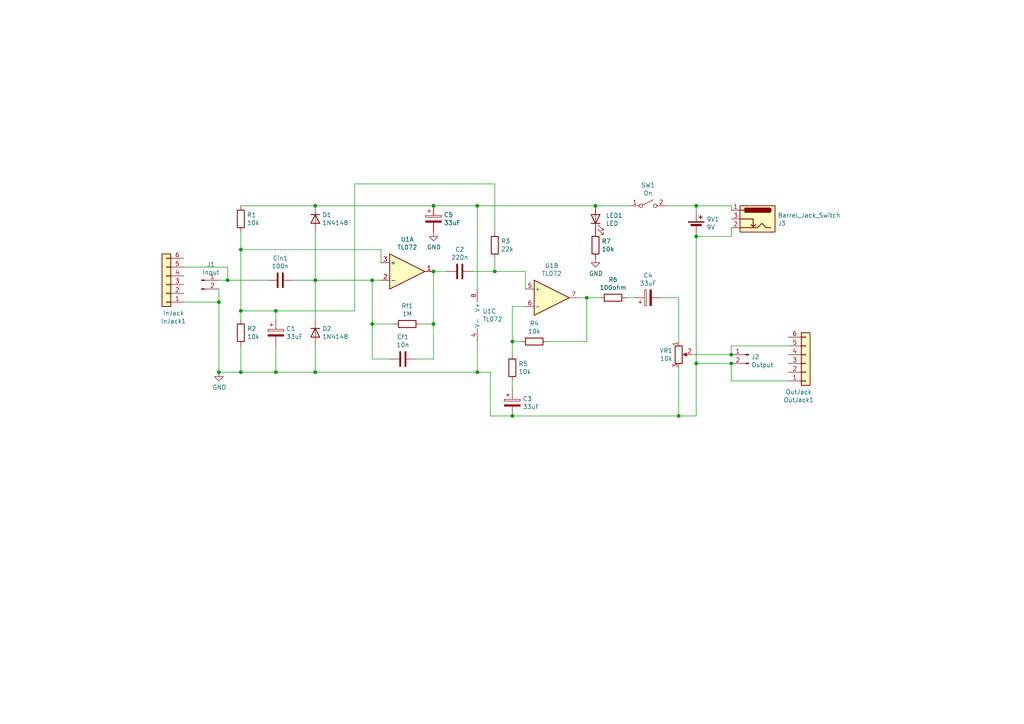
<source format=kicad_sch>
(kicad_sch (version 20231120) (generator "eeschema") (generator_version "8.0")
  (paper "A4")
  (lib_symbols
    (symbol "Amplifier_Operational:TL072" (pin_names (offset 0.127))
      (property "Reference" "U" (at 0 5.08 0))
      (property "Value" "TL072" (at 0 -5.08 0))
      (symbol "TL072_1_1"
        (polyline (pts (xy -5.08 5.08) (xy 5.08 0) (xy -5.08 -5.08) (xy -5.08 5.08)) (stroke (width 0.254)) (fill (type background)))
        (pin output line (at 7.62 0 180) (length 2.54) (name "~") (number "1"))
        (pin input line (at -7.62 -2.54 0) (length 2.54) (name "-") (number "2"))
        (pin input line (at -7.62 2.54 0) (length 2.54) (name "+") (number "3"))
      )
      (symbol "TL072_2_1"
        (polyline (pts (xy -5.08 5.08) (xy 5.08 0) (xy -5.08 -5.08) (xy -5.08 5.08)) (stroke (width 0.254)) (fill (type background)))
        (pin input line (at -7.62 2.54 0) (length 2.54) (name "+") (number "5"))
        (pin input line (at -7.62 -2.54 0) (length 2.54) (name "-") (number "6"))
        (pin output line (at 7.62 0 180) (length 2.54) (name "~") (number "7"))
      )
      (symbol "TL072_3_1"
        (pin power_in line (at -2.54 -7.62 90) (length 3.81) (name "V-") (number "4"))
        (pin power_in line (at -2.54 7.62 270) (length 3.81) (name "V+") (number "8"))
      )
    )
    (symbol "Connector:Barrel_Jack_Switch" (pin_names hide)
      (property "Reference" "J" (at 0 5.334 0))
      (property "Value" "Barrel_Jack_Switch" (at 0 -5.08 0))
      (symbol "Barrel_Jack_Switch_0_1"
        (rectangle (start -5.08 3.81) (end 5.08 -3.81) (stroke (width 0.254)) (fill (type background)))
        (arc (start -3.302 3.175) (mid -3.9343 2.54) (end -3.302 1.905) (stroke (width 0.254)))
        (arc (start -3.302 3.175) (mid -3.9343 2.54) (end -3.302 1.905) (stroke (width 0.254)) (fill (type outline)))
        (polyline (pts (xy 1.27 -2.286) (xy 1.905 -1.651)) (stroke (width 0.254)))
        (polyline (pts (xy 5.08 2.54) (xy 3.81 2.54)) (stroke (width 0.254)))
        (polyline (pts (xy 5.08 0) (xy 1.27 0) (xy 1.27 -2.286) (xy 0.635 -1.651)) (stroke (width 0.254)))
        (polyline (pts (xy -3.81 -2.54) (xy -2.54 -2.54) (xy -1.27 -1.27) (xy 0 -2.54) (xy 2.54 -2.54) (xy 5.08 -2.54)) (stroke (width 0.254)))
        (rectangle (start 3.683 3.175) (end -3.302 1.905) (stroke (width 0.254)) (fill (type outline)))
      )
      (symbol "Barrel_Jack_Switch_1_1"
        (pin passive line (at 7.62 2.54 180) (length 2.54) (name "~") (number "1"))
        (pin passive line (at 7.62 -2.54 180) (length 2.54) (name "~") (number "2"))
        (pin passive line (at 7.62 0 180) (length 2.54) (name "~") (number "3"))
      )
    )
    (symbol "Connector_Generic:Conn_01x06" (pin_names (offset 1.016) hide)
      (property "Reference" "J" (at 0 7.62 0))
      (property "Value" "Conn_01x06" (at 0 -10.16 0))
      (symbol "Conn_01x06_1_1"
        (rectangle (start -1.27 -7.493) (end 0 -7.747) (stroke (width 0.1524)))
        (rectangle (start -1.27 -4.953) (end 0 -5.207) (stroke (width 0.1524)))
        (rectangle (start -1.27 -2.413) (end 0 -2.667) (stroke (width 0.1524)))
        (rectangle (start -1.27 0.127) (end 0 -0.127) (stroke (width 0.1524)))
        (rectangle (start -1.27 2.667) (end 0 2.413) (stroke (width 0.1524)))
        (rectangle (start -1.27 5.207) (end 0 4.953) (stroke (width 0.1524)))
        (rectangle (start -1.27 6.35) (end 1.27 -8.89) (stroke (width 0.254)) (fill (type background)))
        (pin passive line (at -5.08 5.08 0) (length 3.81) (name "Pin_1") (number "1"))
        (pin passive line (at -5.08 2.54 0) (length 3.81) (name "Pin_2") (number "2"))
        (pin passive line (at -5.08 0 0) (length 3.81) (name "Pin_3") (number "3"))
        (pin passive line (at -5.08 -2.54 0) (length 3.81) (name "Pin_4") (number "4"))
        (pin passive line (at -5.08 -5.08 0) (length 3.81) (name "Pin_5") (number "5"))
        (pin passive line (at -5.08 -7.62 0) (length 3.81) (name "Pin_6") (number "6"))
      )
    )
    (symbol "Device:Battery_Cell" (pin_numbers hide) (pin_names (offset 0) hide)
      (property "Reference" "BT" (at 2.54 2.54 0))
      (property "Value" "Battery_Cell" (at 2.54 0 0))
      (symbol "Battery_Cell_0_1"
        (rectangle (start -2.286 1.778) (end 2.286 1.524) (fill (type outline)))
        (rectangle (start -1.524 1.016) (end 1.524 0.508) (fill (type outline)))
        (polyline (pts (xy 0 0.762) (xy 0 0)))
        (polyline (pts (xy 0 1.778) (xy 0 2.54)))
        (polyline (pts (xy 0.762 3.048) (xy 1.778 3.048)) (stroke (width 0.254)))
        (polyline (pts (xy 1.27 3.556) (xy 1.27 2.54)) (stroke (width 0.254)))
      )
      (symbol "Battery_Cell_1_1"
        (pin passive line (at 0 5.08 270) (length 2.54) (name "+") (number "1"))
        (pin passive line (at 0 -2.54 90) (length 2.54) (name "-") (number "2"))
      )
    )
    (symbol "Device:C" (pin_numbers hide) (pin_names (offset 0.254))
      (property "Reference" "C" (at 0.635 2.54 0))
      (property "Value" "C" (at 0.635 -2.54 0))
      (symbol "C_0_1"
        (polyline (pts (xy -2.032 -0.762) (xy 2.032 -0.762)) (stroke (width 0.508)))
        (polyline (pts (xy -2.032 0.762) (xy 2.032 0.762)) (stroke (width 0.508)))
      )
      (symbol "C_1_1"
        (pin passive line (at 0 3.81 270) (length 2.794) (name "~") (number "1"))
        (pin passive line (at 0 -3.81 90) (length 2.794) (name "~") (number "2"))
      )
    )
    (symbol "Device:D" (pin_numbers hide) (pin_names (offset 1.016) hide)
      (property "Reference" "D" (at 0 2.54 0))
      (property "Value" "D" (at 0 -2.54 0))
      (symbol "D_0_1"
        (polyline (pts (xy -1.27 1.27) (xy -1.27 -1.27)) (stroke (width 0.254)))
        (polyline (pts (xy 1.27 0) (xy -1.27 0)))
        (polyline (pts (xy 1.27 1.27) (xy 1.27 -1.27) (xy -1.27 0) (xy 1.27 1.27)) (stroke (width 0.254)))
      )
      (symbol "D_1_1"
        (pin passive line (at -3.81 0 0) (length 2.54) (name "K") (number "1"))
        (pin passive line (at 3.81 0 180) (length 2.54) (name "A") (number "2"))
      )
    )
    (symbol "Device:LED" (pin_numbers hide) (pin_names (offset 1.016) hide)
      (property "Reference" "D" (at 0 2.54 0))
      (property "Value" "LED" (at 0 -2.54 0))
      (symbol "LED_0_1"
        (polyline (pts (xy -1.27 -1.27) (xy -1.27 1.27)) (stroke (width 0.254)))
        (polyline (pts (xy -1.27 0) (xy 1.27 0)))
        (polyline (pts (xy 1.27 -1.27) (xy 1.27 1.27) (xy -1.27 0) (xy 1.27 -1.27)) (stroke (width 0.254)))
        (polyline (pts (xy -3.048 -0.762) (xy -4.572 -2.286) (xy -3.81 -2.286) (xy -4.572 -2.286) (xy -4.572 -1.524)))
        (polyline (pts (xy -1.778 -0.762) (xy -3.302 -2.286) (xy -2.54 -2.286) (xy -3.302 -2.286) (xy -3.302 -1.524)))
      )
      (symbol "LED_1_1"
        (pin passive line (at -3.81 0 0) (length 2.54) (name "K") (number "1"))
        (pin passive line (at 3.81 0 180) (length 2.54) (name "A") (number "2"))
      )
    )
    (symbol "Device:R" (pin_numbers hide) (pin_names (offset 0))
      (property "Reference" "R" (at 2.032 0 90))
      (property "Value" "R" (at 0 0 90))
      (symbol "R_0_1"
        (rectangle (start -1.016 -2.54) (end 1.016 2.54) (stroke (width 0.254)))
      )
      (symbol "R_1_1"
        (pin passive line (at 0 3.81 270) (length 1.27) (name "~") (number "1"))
        (pin passive line (at 0 -3.81 90) (length 1.27) (name "~") (number "2"))
      )
    )
    (symbol "Switch:SW_SPST" (pin_names (offset 0) hide)
      (property "Reference" "SW" (at 0 3.175 0))
      (property "Value" "SW_SPST" (at 0 -2.54 0))
      (symbol "SW_SPST_0_0"
        (circle (center -2.032 0) (radius 0.508))
        (polyline (pts (xy -1.524 0.254) (xy 1.524 1.778)))
        (circle (center 2.032 0) (radius 0.508))
      )
      (symbol "SW_SPST_1_1"
        (pin passive line (at -5.08 0 0) (length 2.54) (name "A") (number "1"))
        (pin passive line (at 5.08 0 180) (length 2.54) (name "B") (number "2"))
      )
    )
    (symbol "violapreamprev2-rescue:CP-Device" (pin_numbers hide) (pin_names (offset 0.254))
      (property "Reference" "C" (at 0.635 2.54 0))
      (property "Value" "Device:CP" (at 0.635 -2.54 0))
      (symbol "CP-Device_0_1"
        (rectangle (start -2.286 0.508) (end -2.286 1.016))
        (rectangle (start -2.286 0.508) (end 2.286 0.508))
        (polyline (pts (xy -1.778 2.286) (xy -0.762 2.286)))
        (polyline (pts (xy -1.27 2.794) (xy -1.27 1.778)))
        (rectangle (start 2.286 -0.508) (end -2.286 -1.016) (fill (type outline)))
        (rectangle (start 2.286 1.016) (end -2.286 1.016))
        (rectangle (start 2.286 1.016) (end 2.286 0.508))
      )
      (symbol "CP-Device_1_1"
        (pin passive line (at 0 3.81 270) (length 2.794) (name "~") (number "1"))
        (pin passive line (at 0 -3.81 90) (length 2.794) (name "~") (number "2"))
      )
    )
    (symbol "violapreamprev2-rescue:Conn_01x02_Male-Connector" (pin_names (offset 1.016) hide)
      (property "Reference" "J" (at 0 2.54 0))
      (property "Value" "Connector:Conn_01x02_Male" (at 0 -5.08 0))
      (symbol "Conn_01x02_Male-Connector_1_1"
        (polyline (pts (xy 1.27 -2.54) (xy 0.8636 -2.54)) (stroke (width 0.1524)))
        (polyline (pts (xy 1.27 0) (xy 0.8636 0)) (stroke (width 0.1524)))
        (rectangle (start 0.8636 -2.413) (end 0 -2.667) (stroke (width 0.1524)) (fill (type outline)))
        (rectangle (start 0.8636 0.127) (end 0 -0.127) (stroke (width 0.1524)) (fill (type outline)))
        (pin passive line (at 5.08 0 180) (length 3.81) (name "Pin_1") (number "1"))
        (pin passive line (at 5.08 -2.54 180) (length 3.81) (name "Pin_2") (number "2"))
      )
    )
    (symbol "violapreamprev2-rescue:GND-power" (power) (pin_names (offset 0))
      (property "Value" "power:GND" (at 0 -3.81 0))
      (symbol "GND-power_0_1"
        (polyline (pts (xy 0 0) (xy 0 -1.27) (xy 1.27 -1.27) (xy 0 -2.54) (xy -1.27 -1.27) (xy 0 -1.27)))
      )
      (symbol "GND-power_1_1"
        (pin power_in line (at 0 0 270) (length 0) hide (name "GND") (number "1"))
      )
    )
    (symbol "violapreamprev2-rescue:R_POT-Device" (pin_names (offset 1.016) hide)
      (property "Reference" "RV" (at -4.445 0 90))
      (property "Value" "Device:R_POT" (at -2.54 0 90))
      (symbol "R_POT-Device_0_1"
        (polyline (pts (xy 2.54 0) (xy 1.524 0)))
        (polyline (pts (xy 1.143 0) (xy 2.286 0.508) (xy 2.286 -0.508)) (fill (type outline)))
        (rectangle (start 1.016 2.54) (end -1.016 -2.54) (stroke (width 0.254)))
      )
      (symbol "R_POT-Device_1_1"
        (pin passive line (at 0 3.81 270) (length 1.27) (name "1") (number "1"))
        (pin passive line (at 3.81 0 180) (length 1.27) (name "2") (number "2"))
        (pin passive line (at 0 -3.81 90) (length 1.27) (name "3") (number "3"))
      )
    )
  )
  (junction (at 80.01 107.95))
  (junction (at 69.85 90.17))
  (junction (at 170.18 86.36))
  (junction (at 80.01 90.17))
  (junction (at 125.73 78.74))
  (junction (at 172.72 59.69))
  (junction (at 125.73 59.69))
  (junction (at 138.43 59.69))
  (junction (at 201.93 59.69))
  (junction (at 212.09 102.87))
  (junction (at 143.51 78.74))
  (junction (at 196.85 120.65))
  (junction (at 91.44 107.95))
  (junction (at 63.5 87.63))
  (junction (at 138.43 107.95))
  (junction (at 125.73 93.98))
  (junction (at 91.44 59.69))
  (junction (at 148.59 120.65))
  (junction (at 201.93 105.41))
  (junction (at 201.93 68.58))
  (junction (at 107.95 93.98))
  (junction (at 107.95 81.28))
  (junction (at 148.59 99.06))
  (junction (at 91.44 81.28))
  (junction (at 69.85 107.95))
  (junction (at 66.04 81.28))
  (junction (at 212.09 105.41))
  (junction (at 69.85 72.39))
  (junction (at 63.5 107.95))
  (wire (pts (xy 138.43 99.06) (xy 138.43 107.95)))
  (wire (pts (xy 69.85 72.39) (xy 110.49 72.39)))
  (wire (pts (xy 91.44 67.31) (xy 91.44 81.28)))
  (wire (pts (xy 102.87 90.17) (xy 102.87 53.34)))
  (wire (pts (xy 138.43 83.82) (xy 138.43 59.69)))
  (wire (pts (xy 107.95 93.98) (xy 114.3 93.98)))
  (wire (pts (xy 69.85 90.17) (xy 69.85 92.71)))
  (wire (pts (xy 80.01 100.33) (xy 80.01 107.95)))
  (wire (pts (xy 143.51 78.74) (xy 143.51 74.93)))
  (wire (pts (xy 143.51 78.74) (xy 152.4 78.74)))
  (wire (pts (xy 137.16 78.74) (xy 143.51 78.74)))
  (wire (pts (xy 63.5 107.95) (xy 69.85 107.95)))
  (wire (pts (xy 196.85 106.68) (xy 196.85 120.65)))
  (wire (pts (xy 201.93 120.65) (xy 196.85 120.65)))
  (wire (pts (xy 102.87 53.34) (xy 143.51 53.34)))
  (wire (pts (xy 66.04 81.28) (xy 77.47 81.28)))
  (wire (pts (xy 142.24 120.65) (xy 148.59 120.65)))
  (wire (pts (xy 63.5 83.82) (xy 63.5 87.63)))
  (wire (pts (xy 107.95 81.28) (xy 107.95 93.98)))
  (wire (pts (xy 85.09 81.28) (xy 91.44 81.28)))
  (wire (pts (xy 69.85 90.17) (xy 80.01 90.17)))
  (wire (pts (xy 196.85 120.65) (xy 148.59 120.65)))
  (wire (pts (xy 148.59 88.9) (xy 152.4 88.9)))
  (wire (pts (xy 110.49 72.39) (xy 110.49 76.2)))
  (wire (pts (xy 107.95 81.28) (xy 110.49 81.28)))
  (wire (pts (xy 69.85 67.31) (xy 69.85 72.39)))
  (wire (pts (xy 80.01 90.17) (xy 102.87 90.17)))
  (wire (pts (xy 201.93 59.69) (xy 201.93 60.96)))
  (wire (pts (xy 148.59 110.49) (xy 148.59 113.03)))
  (wire (pts (xy 191.77 86.36) (xy 196.85 86.36)))
  (wire (pts (xy 151.13 99.06) (xy 148.59 99.06)))
  (wire (pts (xy 212.09 110.49) (xy 228.6 110.49)))
  (wire (pts (xy 63.5 81.28) (xy 66.04 81.28)))
  (wire (pts (xy 120.65 104.14) (xy 125.73 104.14)))
  (wire (pts (xy 69.85 72.39) (xy 69.85 90.17)))
  (wire (pts (xy 170.18 86.36) (xy 173.99 86.36)))
  (wire (pts (xy 69.85 107.95) (xy 80.01 107.95)))
  (wire (pts (xy 91.44 107.95) (xy 91.44 100.33)))
  (wire (pts (xy 201.93 68.58) (xy 212.09 68.58)))
  (wire (pts (xy 201.93 105.41) (xy 212.09 105.41)))
  (wire (pts (xy 212.09 102.87) (xy 212.09 100.33)))
  (wire (pts (xy 63.5 87.63) (xy 53.34 87.63)))
  (wire (pts (xy 172.72 59.69) (xy 182.88 59.69)))
  (wire (pts (xy 91.44 107.95) (xy 138.43 107.95)))
  (wire (pts (xy 152.4 78.74) (xy 152.4 83.82)))
  (wire (pts (xy 201.93 68.58) (xy 201.93 105.41)))
  (wire (pts (xy 107.95 104.14) (xy 113.03 104.14)))
  (wire (pts (xy 80.01 90.17) (xy 80.01 92.71)))
  (wire (pts (xy 53.34 77.47) (xy 66.04 77.47)))
  (wire (pts (xy 196.85 86.36) (xy 196.85 99.06)))
  (wire (pts (xy 201.93 105.41) (xy 201.93 120.65)))
  (wire (pts (xy 193.04 59.69) (xy 201.93 59.69)))
  (wire (pts (xy 212.09 59.69) (xy 212.09 60.96)))
  (wire (pts (xy 91.44 81.28) (xy 91.44 92.71)))
  (wire (pts (xy 212.09 68.58) (xy 212.09 66.04)))
  (wire (pts (xy 125.73 93.98) (xy 121.92 93.98)))
  (wire (pts (xy 200.66 102.87) (xy 212.09 102.87)))
  (wire (pts (xy 125.73 78.74) (xy 125.73 93.98)))
  (wire (pts (xy 148.59 99.06) (xy 148.59 102.87)))
  (wire (pts (xy 138.43 107.95) (xy 142.24 107.95)))
  (wire (pts (xy 167.64 86.36) (xy 170.18 86.36)))
  (wire (pts (xy 125.73 59.69) (xy 91.44 59.69)))
  (wire (pts (xy 142.24 107.95) (xy 142.24 120.65)))
  (wire (pts (xy 148.59 99.06) (xy 148.59 88.9)))
  (wire (pts (xy 69.85 59.69) (xy 91.44 59.69)))
  (wire (pts (xy 170.18 86.36) (xy 170.18 99.06)))
  (wire (pts (xy 66.04 77.47) (xy 66.04 81.28)))
  (wire (pts (xy 125.73 104.14) (xy 125.73 93.98)))
  (wire (pts (xy 69.85 107.95) (xy 69.85 100.33)))
  (wire (pts (xy 138.43 59.69) (xy 172.72 59.69)))
  (wire (pts (xy 125.73 59.69) (xy 138.43 59.69)))
  (wire (pts (xy 212.09 105.41) (xy 212.09 110.49)))
  (wire (pts (xy 125.73 78.74) (xy 129.54 78.74)))
  (wire (pts (xy 107.95 93.98) (xy 107.95 104.14)))
  (wire (pts (xy 201.93 59.69) (xy 212.09 59.69)))
  (wire (pts (xy 63.5 87.63) (xy 63.5 107.95)))
  (wire (pts (xy 91.44 81.28) (xy 107.95 81.28)))
  (wire (pts (xy 80.01 107.95) (xy 91.44 107.95)))
  (wire (pts (xy 143.51 53.34) (xy 143.51 67.31)))
  (wire (pts (xy 170.18 99.06) (xy 158.75 99.06)))
  (wire (pts (xy 181.61 86.36) (xy 184.15 86.36)))
  (wire (pts (xy 212.09 100.33) (xy 228.6 100.33)))
  (symbol (lib_id "violapreamprev2-rescue:GND-power") (at 63.5 107.95 0) (unit 1)
    (property "Reference" "#PWR0101" (effects (hide yes)))
    (property "Value" "GND" (at 63.627 112.3442 0))
  )
  (symbol (lib_id "Device:R") (at 69.85 63.5 0) (unit 1)
    (property "Reference" "R1" (at 71.628 62.3316 0) (effects (justify left)))
    (property "Value" "10k" (at 71.628 64.643 0) (effects (justify left)))
    (property "Footprint" "Resistor_THT:R_Axial_DIN0207_L6.3mm_D2.5mm_P7.62mm_Horizontal" (effects (hide yes)))
  )
  (symbol (lib_id "Device:R") (at 69.85 96.52 0) (unit 1)
    (property "Reference" "R2" (at 71.628 95.3516 0) (effects (justify left)))
    (property "Value" "10k" (at 71.628 97.663 0) (effects (justify left)))
    (property "Footprint" "Resistor_THT:R_Axial_DIN0207_L6.3mm_D2.5mm_P7.62mm_Horizontal" (effects (hide yes)))
  )
  (symbol (lib_id "Device:C") (at 81.28 81.28 270) (unit 1)
    (property "Reference" "Cin1" (at 81.28 74.8792 90))
    (property "Value" "100n" (at 81.28 77.1906 90))
    (property "Footprint" "Capacitor_THT:C_Disc_D7.5mm_W2.5mm_P5.00mm" (effects (hide yes)))
  )
  (symbol (lib_id "Device:D") (at 91.44 63.5 270) (unit 1)
    (property "Reference" "D1" (at 93.4466 62.3316 90) (effects (justify left)))
    (property "Value" "1N4148" (at 93.4466 64.643 90) (effects (justify left)))
    (property "Footprint" "Diode_THT:D_DO-35_SOD27_P7.62mm_Horizontal" (effects (hide yes)))
  )
  (symbol (lib_id "Device:D") (at 91.44 96.52 270) (unit 1)
    (property "Reference" "D2" (at 93.4466 95.3516 90) (effects (justify left)))
    (property "Value" "1N4148" (at 93.4466 97.663 90) (effects (justify left)))
    (property "Footprint" "Diode_THT:D_DO-35_SOD27_P7.62mm_Horizontal" (effects (hide yes)))
  )
  (symbol (lib_id "Amplifier_Operational:TL072") (at 118.11 78.74 0) (unit 1)
    (property "Reference" "U1" (at 118.11 69.4182 0))
    (property "Value" "TL072" (at 118.11 71.7296 0))
    (property "Footprint" "Package_DIP:DIP-8_W7.62mm_Socket_LongPads" (effects (hide yes)))
    (property "Datasheet" "http://www.ti.com/lit/ds/symlink/tl071.pdf" (effects (hide yes)))
  )
  (symbol (lib_id "Amplifier_Operational:TL072") (at 160.02 86.36 0) (unit 2)
    (property "Reference" "U1" (at 160.02 77.0382 0))
    (property "Value" "TL072" (at 160.02 79.3496 0))
    (property "Footprint" "Package_DIP:DIP-8_W7.62mm_Socket_LongPads" (effects (hide yes)))
    (property "Datasheet" "http://www.ti.com/lit/ds/symlink/tl071.pdf" (effects (hide yes)))
  )
  (symbol (lib_id "Device:R") (at 118.11 93.98 270) (unit 1)
    (property "Reference" "Rf1" (at 118.11 88.7222 90))
    (property "Value" "1M" (at 118.11 91.0336 90))
    (property "Footprint" "Resistor_THT:R_Axial_DIN0207_L6.3mm_D2.5mm_P7.62mm_Horizontal" (effects (hide yes)))
  )
  (symbol (lib_id "Device:C") (at 116.84 104.14 270) (unit 1)
    (property "Reference" "Cf1" (at 116.84 97.7392 90))
    (property "Value" "10n" (at 116.84 100.0506 90))
    (property "Footprint" "Capacitor_THT:C_Disc_D7.5mm_W2.5mm_P5.00mm" (effects (hide yes)))
  )
  (symbol (lib_id "Device:C") (at 133.35 78.74 270) (unit 1)
    (property "Reference" "C2" (at 133.35 72.3392 90))
    (property "Value" "220n" (at 133.35 74.6506 90))
    (property "Footprint" "Capacitor_THT:C_Disc_D7.5mm_W2.5mm_P5.00mm" (effects (hide yes)))
  )
  (symbol (lib_id "violapreamprev2-rescue:CP-Device") (at 125.73 63.5 0) (unit 1)
    (property "Reference" "C5" (at 128.7272 62.3316 0) (effects (justify left)))
    (property "Value" "33uF" (at 128.7272 64.643 0) (effects (justify left)))
    (property "Footprint" "Capacitor_THT:CP_Radial_D6.3mm_P2.50mm" (effects (hide yes)))
  )
  (symbol (lib_id "violapreamprev2-rescue:GND-power") (at 125.73 67.31 0) (unit 1)
    (property "Reference" "#PWR0102" (effects (hide yes)))
    (property "Value" "GND" (at 125.857 71.7042 0))
  )
  (symbol (lib_id "Device:R") (at 172.72 71.12 0) (unit 1)
    (property "Reference" "R7" (at 174.498 69.9516 0) (effects (justify left)))
    (property "Value" "10k" (at 174.498 72.263 0) (effects (justify left)))
    (property "Footprint" "Resistor_THT:R_Axial_DIN0207_L6.3mm_D2.5mm_P7.62mm_Horizontal" (effects (hide yes)))
  )
  (symbol (lib_id "Device:LED") (at 172.72 63.5 90) (unit 1)
    (property "Reference" "LED1" (at 175.7172 62.5094 90) (effects (justify right)))
    (property "Value" "LED" (at 175.7172 64.8208 90) (effects (justify right)))
    (property "Footprint" "LED_THT:LED_D5.0mm" (effects (hide yes)))
  )
  (symbol (lib_id "Switch:SW_SPST") (at 187.96 59.69 0) (unit 1)
    (property "Reference" "SW1" (at 187.96 53.721 0))
    (property "Value" "On" (at 187.96 56.0324 0))
    (property "Footprint" "Connector_PinHeader_2.54mm:PinHeader_1x02_P2.54mm_Vertical" (effects (hide yes)))
  )
  (symbol (lib_id "Device:Battery_Cell") (at 201.93 66.04 0) (unit 1)
    (property "Reference" "9V1" (at 204.9272 63.6016 0) (effects (justify left)))
    (property "Value" "9V" (at 204.9272 65.913 0) (effects (justify left)))
    (property "Footprint" "Connector_PinHeader_2.54mm:PinHeader_1x02_P2.54mm_Vertical" (effects (hide yes)))
  )
  (symbol (lib_id "violapreamprev2-rescue:Conn_01x02_Male-Connector") (at 217.17 102.87 0) (mirror y) (unit 1)
    (property "Reference" "J2" (at 217.8812 103.5304 0) (effects (justify right)))
    (property "Value" "Output" (at 217.8812 105.8418 0) (effects (justify right)))
    (property "Footprint" "Connector_PinHeader_2.54mm:PinHeader_1x02_P2.54mm_Vertical" (effects (hide yes)))
  )
  (symbol (lib_id "Device:R") (at 143.51 71.12 0) (unit 1)
    (property "Reference" "R3" (at 145.288 69.9516 0) (effects (justify left)))
    (property "Value" "22k" (at 145.288 72.263 0) (effects (justify left)))
    (property "Footprint" "Resistor_THT:R_Axial_DIN0207_L6.3mm_D2.5mm_P7.62mm_Horizontal" (effects (hide yes)))
  )
  (symbol (lib_id "Device:R") (at 154.94 99.06 270) (unit 1)
    (property "Reference" "R4" (at 154.94 93.8022 90))
    (property "Value" "10k" (at 154.94 96.1136 90))
    (property "Footprint" "Resistor_THT:R_Axial_DIN0207_L6.3mm_D2.5mm_P7.62mm_Horizontal" (effects (hide yes)))
  )
  (symbol (lib_id "Device:R") (at 148.59 106.68 180) (unit 1)
    (property "Reference" "R5" (at 150.368 105.5116 0) (effects (justify right)))
    (property "Value" "10k" (at 150.368 107.823 0) (effects (justify right)))
    (property "Footprint" "Resistor_THT:R_Axial_DIN0207_L6.3mm_D2.5mm_P7.62mm_Horizontal" (effects (hide yes)))
  )
  (symbol (lib_id "violapreamprev2-rescue:CP-Device") (at 187.96 86.36 90) (unit 1)
    (property "Reference" "C4" (at 187.96 79.883 90))
    (property "Value" "33uF" (at 187.96 82.1944 90))
    (property "Footprint" "Capacitor_THT:CP_Radial_D6.3mm_P2.50mm" (effects (hide yes)))
  )
  (symbol (lib_id "Device:R") (at 177.8 86.36 270) (unit 1)
    (property "Reference" "R6" (at 177.8 81.1022 90))
    (property "Value" "100ohm" (at 177.8 83.4136 90))
    (property "Footprint" "Resistor_THT:R_Axial_DIN0207_L6.3mm_D2.5mm_P7.62mm_Horizontal" (effects (hide yes)))
  )
  (symbol (lib_id "violapreamprev2-rescue:CP-Device") (at 148.59 116.84 0) (unit 1)
    (property "Reference" "C3" (at 151.5872 115.6716 0) (effects (justify left)))
    (property "Value" "33uF" (at 151.5872 117.983 0) (effects (justify left)))
    (property "Footprint" "Capacitor_THT:CP_Radial_D6.3mm_P2.50mm" (effects (hide yes)))
  )
  (symbol (lib_id "violapreamprev2-rescue:GND-power") (at 172.72 74.93 0) (unit 1)
    (property "Reference" "#PWR0103" (effects (hide yes)))
    (property "Value" "GND" (at 172.847 79.3242 0))
  )
  (symbol (lib_id "violapreamprev2-rescue:CP-Device") (at 80.01 96.52 0) (unit 1)
    (property "Reference" "C1" (at 83.0072 95.3516 0) (effects (justify left)))
    (property "Value" "33uF" (at 83.0072 97.663 0) (effects (justify left)))
    (property "Footprint" "Capacitor_THT:CP_Radial_D6.3mm_P2.50mm" (effects (hide yes)))
  )
  (symbol (lib_id "violapreamprev2-rescue:R_POT-Device") (at 196.85 102.87 0) (unit 1)
    (property "Reference" "VR1" (at 195.072 101.7016 0) (effects (justify right)))
    (property "Value" "10k" (at 195.072 104.013 0) (effects (justify right)))
    (property "Footprint" "Connector_PinHeader_2.54mm:PinHeader_1x03_P2.54mm_Vertical" (effects (hide yes)))
  )
  (symbol (lib_id "Amplifier_Operational:TL072") (at 140.97 91.44 0) (unit 3)
    (property "Reference" "U1" (at 139.9032 90.2716 0) (effects (justify left)))
    (property "Value" "TL072" (at 139.9032 92.583 0) (effects (justify left)))
    (property "Footprint" "Package_DIP:DIP-8_W7.62mm_Socket_LongPads" (effects (hide yes)))
    (property "Datasheet" "http://www.ti.com/lit/ds/symlink/tl071.pdf" (effects (hide yes)))
  )
  (symbol (lib_id "violapreamprev2-rescue:Conn_01x02_Male-Connector") (at 58.42 81.28 0) (unit 1)
    (property "Reference" "J1" (at 61.1632 76.6826 0))
    (property "Value" "Input" (at 61.1632 78.994 0))
    (property "Footprint" "Connector_PinHeader_2.54mm:PinHeader_1x02_P2.54mm_Vertical" (effects (hide yes)))
  )
  (symbol (lib_id "Connector:Barrel_Jack_Switch") (at 219.71 63.5 0) (mirror y) (unit 1)
    (property "Reference" "J3" (at 225.552 64.77 0) (effects (justify right)))
    (property "Value" "Barrel_Jack_Switch" (at 225.552 62.4586 0) (effects (justify right)))
    (property "Footprint" "Connector_BarrelJack:BarrelJack_Horizontal" (effects (hide yes)))
  )
  (symbol (lib_id "Connector_Generic:Conn_01x06") (at 48.26 82.55 180) (unit 1)
    (property "Reference" "InJack1" (at 50.292 93.1418 0))
    (property "Value" "InJack" (at 50.292 90.8304 0))
    (property "Footprint" "NateLibrary:StereoJackTRS3" (effects (hide yes)))
  )
  (symbol (lib_id "Connector_Generic:Conn_01x06") (at 233.68 105.41 0) (mirror x) (unit 1)
    (property "Reference" "OutJack1" (at 231.648 116.0018 0))
    (property "Value" "OutJack" (at 231.648 113.6904 0))
    (property "Footprint" "NateLibrary:StereoJackTRS3" (effects (hide yes)))
  )
)
</source>
